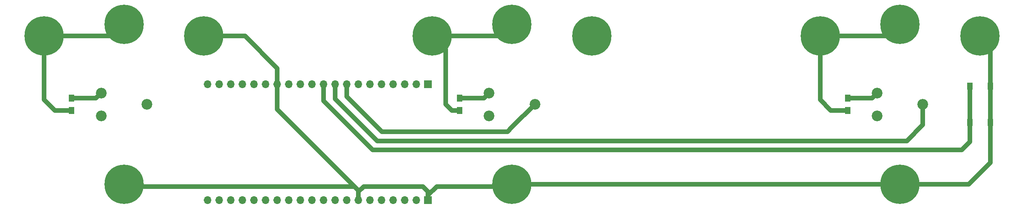
<source format=gbr>
G04 #@! TF.GenerationSoftware,KiCad,Pcbnew,(5.1.6)-1*
G04 #@! TF.CreationDate,2020-09-05T20:44:27+02:00*
G04 #@! TF.ProjectId,netmeter_base,6e65746d-6574-4657-925f-626173652e6b,rev?*
G04 #@! TF.SameCoordinates,Original*
G04 #@! TF.FileFunction,Copper,L1,Top*
G04 #@! TF.FilePolarity,Positive*
%FSLAX46Y46*%
G04 Gerber Fmt 4.6, Leading zero omitted, Abs format (unit mm)*
G04 Created by KiCad (PCBNEW (5.1.6)-1) date 2020-09-05 20:44:27*
%MOMM*%
%LPD*%
G01*
G04 APERTURE LIST*
G04 #@! TA.AperFunction,ComponentPad*
%ADD10C,8.600000*%
G04 #@! TD*
G04 #@! TA.AperFunction,ComponentPad*
%ADD11C,0.900000*%
G04 #@! TD*
G04 #@! TA.AperFunction,ComponentPad*
%ADD12O,1.700000X1.700000*%
G04 #@! TD*
G04 #@! TA.AperFunction,ComponentPad*
%ADD13R,1.700000X1.700000*%
G04 #@! TD*
G04 #@! TA.AperFunction,SMDPad,CuDef*
%ADD14R,1.300000X1.500000*%
G04 #@! TD*
G04 #@! TA.AperFunction,SMDPad,CuDef*
%ADD15R,1.300000X1.550000*%
G04 #@! TD*
G04 #@! TA.AperFunction,ComponentPad*
%ADD16C,2.340000*%
G04 #@! TD*
G04 #@! TA.AperFunction,Conductor*
%ADD17C,1.000000*%
G04 #@! TD*
G04 APERTURE END LIST*
D10*
X40000000Y-60000000D03*
D11*
X43225000Y-60000000D03*
X42280419Y-62280419D03*
X40000000Y-63225000D03*
X37719581Y-62280419D03*
X36775000Y-60000000D03*
X37719581Y-57719581D03*
X40000000Y-56775000D03*
X42280419Y-57719581D03*
X77280419Y-57719581D03*
X75000000Y-56775000D03*
X72719581Y-57719581D03*
X71775000Y-60000000D03*
X72719581Y-62280419D03*
X75000000Y-63225000D03*
X77280419Y-62280419D03*
X78225000Y-60000000D03*
D10*
X75000000Y-60000000D03*
D11*
X127280419Y-57719581D03*
X125000000Y-56775000D03*
X122719581Y-57719581D03*
X121775000Y-60000000D03*
X122719581Y-62280419D03*
X125000000Y-63225000D03*
X127280419Y-62280419D03*
X128225000Y-60000000D03*
D10*
X125000000Y-60000000D03*
D11*
X162280419Y-57719581D03*
X160000000Y-56775000D03*
X157719581Y-57719581D03*
X156775000Y-60000000D03*
X157719581Y-62280419D03*
X160000000Y-63225000D03*
X162280419Y-62280419D03*
X163225000Y-60000000D03*
D10*
X160000000Y-60000000D03*
X210000000Y-60000000D03*
D11*
X213225000Y-60000000D03*
X212280419Y-62280419D03*
X210000000Y-63225000D03*
X207719581Y-62280419D03*
X206775000Y-60000000D03*
X207719581Y-57719581D03*
X210000000Y-56775000D03*
X212280419Y-57719581D03*
D10*
X245000000Y-60000000D03*
D11*
X248225000Y-60000000D03*
X247280419Y-62280419D03*
X245000000Y-63225000D03*
X242719581Y-62280419D03*
X241775000Y-60000000D03*
X242719581Y-57719581D03*
X245000000Y-56775000D03*
X247280419Y-57719581D03*
D12*
X75865000Y-70600000D03*
X78405000Y-70600000D03*
X80945000Y-70600000D03*
X83485000Y-70600000D03*
X86025000Y-70600000D03*
X88565000Y-70600000D03*
X91105000Y-70600000D03*
X93645000Y-70600000D03*
X96185000Y-70600000D03*
X98725000Y-70600000D03*
X101265000Y-70600000D03*
X103805000Y-70600000D03*
X106345000Y-70600000D03*
X108885000Y-70600000D03*
X111425000Y-70600000D03*
X113965000Y-70600000D03*
X116505000Y-70600000D03*
X119045000Y-70600000D03*
X121585000Y-70600000D03*
D13*
X124125000Y-70600000D03*
X124125000Y-96000000D03*
D12*
X121585000Y-96000000D03*
X119045000Y-96000000D03*
X116505000Y-96000000D03*
X113965000Y-96000000D03*
X111425000Y-96000000D03*
X108885000Y-96000000D03*
X106345000Y-96000000D03*
X103805000Y-96000000D03*
X101265000Y-96000000D03*
X98725000Y-96000000D03*
X96185000Y-96000000D03*
X93645000Y-96000000D03*
X91105000Y-96000000D03*
X88565000Y-96000000D03*
X86025000Y-96000000D03*
X83485000Y-96000000D03*
X80945000Y-96000000D03*
X78405000Y-96000000D03*
X75865000Y-96000000D03*
D14*
X46000000Y-76350000D03*
X46000000Y-73650000D03*
X131000000Y-73650000D03*
X131000000Y-76350000D03*
X216000000Y-76350000D03*
X216000000Y-73650000D03*
D15*
X247250000Y-71025000D03*
X247250000Y-78975000D03*
X242750000Y-71025000D03*
X242750000Y-78975000D03*
D10*
X57500000Y-57500000D03*
D11*
X60725000Y-57500000D03*
X59780419Y-59780419D03*
X57500000Y-60725000D03*
X55219581Y-59780419D03*
X54275000Y-57500000D03*
X55219581Y-55219581D03*
X57500000Y-54275000D03*
X59780419Y-55219581D03*
X59780419Y-90219581D03*
X57500000Y-89275000D03*
X55219581Y-90219581D03*
X54275000Y-92500000D03*
X55219581Y-94780419D03*
X57500000Y-95725000D03*
X59780419Y-94780419D03*
X60725000Y-92500000D03*
D10*
X57500000Y-92500000D03*
D11*
X144780419Y-55219581D03*
X142500000Y-54275000D03*
X140219581Y-55219581D03*
X139275000Y-57500000D03*
X140219581Y-59780419D03*
X142500000Y-60725000D03*
X144780419Y-59780419D03*
X145725000Y-57500000D03*
D10*
X142500000Y-57500000D03*
D11*
X144780419Y-90219581D03*
X142500000Y-89275000D03*
X140219581Y-90219581D03*
X139275000Y-92500000D03*
X140219581Y-94780419D03*
X142500000Y-95725000D03*
X144780419Y-94780419D03*
X145725000Y-92500000D03*
D10*
X142500000Y-92500000D03*
X227500000Y-57500000D03*
D11*
X230725000Y-57500000D03*
X229780419Y-59780419D03*
X227500000Y-60725000D03*
X225219581Y-59780419D03*
X224275000Y-57500000D03*
X225219581Y-55219581D03*
X227500000Y-54275000D03*
X229780419Y-55219581D03*
X229780419Y-90219581D03*
X227500000Y-89275000D03*
X225219581Y-90219581D03*
X224275000Y-92500000D03*
X225219581Y-94780419D03*
X227500000Y-95725000D03*
X229780419Y-94780419D03*
X230725000Y-92500000D03*
D10*
X227500000Y-92500000D03*
D16*
X52500000Y-77500000D03*
X62500000Y-75000000D03*
X52500000Y-72500000D03*
X137500000Y-72500000D03*
X147500000Y-75000000D03*
X137500000Y-77500000D03*
X222500000Y-77500000D03*
X232500000Y-75000000D03*
X222500000Y-72500000D03*
D17*
X55000000Y-60000000D02*
X57500000Y-57500000D01*
X40000000Y-60000000D02*
X55000000Y-60000000D01*
X46000000Y-76350000D02*
X42350000Y-76350000D01*
X40000000Y-74000000D02*
X40000000Y-60000000D01*
X42350000Y-76350000D02*
X40000000Y-74000000D01*
X227500000Y-92500000D02*
X242500000Y-92500000D01*
X247250000Y-87750000D02*
X247250000Y-78975000D01*
X242500000Y-92500000D02*
X247250000Y-87750000D01*
X247250000Y-78975000D02*
X247250000Y-71025000D01*
X247250000Y-62250000D02*
X245000000Y-60000000D01*
X247250000Y-71025000D02*
X247250000Y-62250000D01*
X227500000Y-92500000D02*
X142500000Y-92500000D01*
X75000000Y-60000000D02*
X84000000Y-60000000D01*
X91105000Y-67105000D02*
X91105000Y-70600000D01*
X84000000Y-60000000D02*
X91105000Y-67105000D01*
X124125000Y-96000000D02*
X124125000Y-94125000D01*
X91105000Y-70600000D02*
X91105000Y-74895000D01*
X108885000Y-96000000D02*
X108885000Y-94115000D01*
X108885000Y-94115000D02*
X110000000Y-93000000D01*
X123000000Y-93000000D02*
X124125000Y-94125000D01*
X110000000Y-93000000D02*
X123000000Y-93000000D01*
X108885000Y-96000000D02*
X108885000Y-93885000D01*
X91105000Y-76105000D02*
X91105000Y-74895000D01*
X57500000Y-92500000D02*
X59000000Y-91000000D01*
X108000000Y-93000000D02*
X58000000Y-93000000D01*
X108885000Y-93885000D02*
X108000000Y-93000000D01*
X58000000Y-93000000D02*
X57500000Y-92500000D01*
X108000000Y-93000000D02*
X91105000Y-76105000D01*
X124125000Y-96000000D02*
X124125000Y-94875000D01*
X124125000Y-94875000D02*
X126000000Y-93000000D01*
X142000000Y-93000000D02*
X142500000Y-92500000D01*
X126000000Y-93000000D02*
X142000000Y-93000000D01*
X140000000Y-60000000D02*
X142500000Y-57500000D01*
X125000000Y-60000000D02*
X140000000Y-60000000D01*
X131000000Y-76350000D02*
X129350000Y-76350000D01*
X129350000Y-76350000D02*
X128000000Y-75000000D01*
X128000000Y-63000000D02*
X125000000Y-60000000D01*
X128000000Y-75000000D02*
X128000000Y-63000000D01*
X242750000Y-78975000D02*
X242750000Y-71025000D01*
X241000000Y-85000000D02*
X112000000Y-85000000D01*
X101265000Y-74265000D02*
X101265000Y-70600000D01*
X242750000Y-83250000D02*
X241000000Y-85000000D01*
X112000000Y-85000000D02*
X101265000Y-74265000D01*
X242750000Y-78975000D02*
X242750000Y-83250000D01*
X232500000Y-79500000D02*
X232500000Y-75000000D01*
X113000000Y-83000000D02*
X229000000Y-83000000D01*
X229000000Y-83000000D02*
X232500000Y-79500000D01*
X103805000Y-70600000D02*
X103805000Y-73805000D01*
X103805000Y-73805000D02*
X113000000Y-83000000D01*
X142500000Y-80000000D02*
X147500000Y-75000000D01*
X141500000Y-81000000D02*
X142500000Y-80000000D01*
X114000000Y-81000000D02*
X141500000Y-81000000D01*
X106345000Y-70600000D02*
X106345000Y-73345000D01*
X106345000Y-73345000D02*
X114000000Y-81000000D01*
X51350000Y-73650000D02*
X52500000Y-72500000D01*
X46000000Y-73650000D02*
X51350000Y-73650000D01*
X136350000Y-73650000D02*
X137500000Y-72500000D01*
X131000000Y-73650000D02*
X136350000Y-73650000D01*
X221350000Y-73650000D02*
X222500000Y-72500000D01*
X216000000Y-73650000D02*
X221350000Y-73650000D01*
X216000000Y-76350000D02*
X212350000Y-76350000D01*
X210000000Y-74000000D02*
X210000000Y-60000000D01*
X212350000Y-76350000D02*
X210000000Y-74000000D01*
X225000000Y-60000000D02*
X227500000Y-57500000D01*
X210000000Y-60000000D02*
X225000000Y-60000000D01*
M02*

</source>
